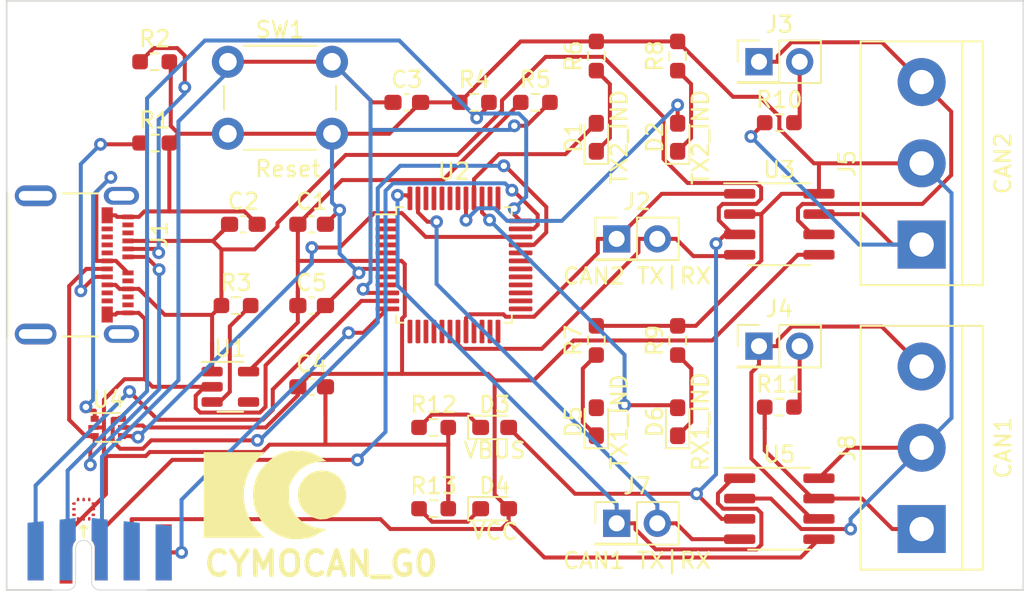
<source format=kicad_pcb>
(kicad_pcb (version 20221018) (generator pcbnew)
  (layers (0 "F.Cu" signal) (31 "B.Cu" signal) (34 "B.Paste" user) (35 "F.Paste" user) (36 "B.SilkS" user "B.Silkscreen") (37 "F.SilkS" user "F.Silkscreen") (38 "B.Mask" user) (39 "F.Mask" user) (44 "Edge.Cuts" user))
  (net 0 "")
  (net 1 "VBUS")
  (net 2 "GND")
  (net 3 "VCC")
  (net 4 "nRST")
  (net 5 "Net-(D1-K)")
  (net 6 "Net-(D2-K)")
  (net 7 "Net-(D3-K)")
  (net 8 "CAN1_TX_IND")
  (net 9 "Net-(D4-K)")
  (net 10 "CAN1_RX_IND")
  (net 11 "Net-(D5-K)")
  (net 12 "CAN2_TX_IND")
  (net 13 "Net-(D6-K)")
  (net 14 "CAN2_RX_IND")
  (net 15 "SWDIO")
  (net 16 "SWCLK{slash}BOOT0")
  (net 19 "DEBUG_UART_TX")
  (net 20 "DEBUG_UART_RX")
  (net 24 "CC1")
  (net 25 "USB_DP")
  (net 26 "USB_DM")
  (net 32 "CC2")
  (net 37 "Net-(J3-Pin_2)")
  (net 38 "Net-(J5-Pin_1)")
  (net 40 "Net-(J3-Pin_1)")
  (net 42 "Net-(J4-Pin_1)")
  (net 43 "Net-(J4-Pin_2)")
  (net 44 "CAN1_TXD")
  (net 45 "CAN1_RXD")
  (net 46 "CAN2_TXD")
  (net 47 "CAN2_RXD")
  (net 49 "Net-(J8-Pin_1)")
  (net 50 "Net-(U1-EN)")
  (net 76 "USB_DM_ISO")
  (net 77 "USB_DP_ISO")
  (footprint "Capacitor_SMD:C_0603_1608Metric_Pad1.08x0.95mm_HandSolder" (layer "F.Cu") (at 126.5925 69.85)
    (fp_text reference "C3")
    (fp_text value "0.1uF")
  )
  (footprint "Resistor_SMD:R_0603_1608Metric_Pad0.98x0.95mm_HandSolder" (layer "F.Cu") (at 130.81 69.85)
    (fp_text reference "R4")
    (fp_text value "10K")
  )
  (footprint "Connector_PinHeader_2.54mm:PinHeader_2x01_P2.54mm_Vertical" (layer "F.Cu") (at 139.7 78.3825)
    (fp_text reference "J2")
    (fp_text value "CAN2 TX|RX")
  )
  (footprint "LED_SMD:LED_0603_1608Metric_Pad1.05x0.95mm_HandSolder" (layer "F.Cu") (at 143.51 89.8125 90)
    (fp_text reference "D6")
    (fp_text value "RX1_IND")
  )
  (footprint "Resistor_SMD:R_0603_1608Metric_Pad0.98x0.95mm_HandSolder" (layer "F.Cu") (at 128.27 95.25)
    (fp_text reference "R13")
    (fp_text value "1K")
  )
  (footprint "Resistor_SMD:R_0603_1608Metric_Pad0.98x0.95mm_HandSolder" (layer "F.Cu") (at 149.86 88.9)
    (fp_text reference "R11")
    (fp_text value "120")
  )
  (footprint "Capacitor_SMD:C_0603_1608Metric_Pad1.08x0.95mm_HandSolder" (layer "F.Cu") (at 120.65 82.55)
    (fp_text reference "C5")
    (fp_text value "4.7uF")
  )
  (footprint "Capacitor_SMD:C_0603_1608Metric_Pad1.08x0.95mm_HandSolder" (layer "F.Cu") (at 120.65 87.63)
    (fp_text reference "C4")
    (fp_text value "100nf")
  )
  (footprint "LED_SMD:LED_0603_1608Metric_Pad1.05x0.95mm_HandSolder" (layer "F.Cu") (at 138.43 89.8125 90)
    (fp_text reference "D5")
    (fp_text value "TX1_IND")
  )
  (footprint "Package_SO:SOIC-8_3.9x4.9mm_P1.27mm" (layer "F.Cu") (at 149.86 95.25)
    (fp_text reference "U5")
    (fp_text value "TJA1051T-3")
  )
  (footprint "SnapEDA Library:MOLEX_105450-0101" (layer "F.Cu") (at 105.41 80.01 -90)
    (fp_text reference "J1")
    (fp_text value "105450-0101" hide)
  )
  (footprint "Button_Switch_THT:SW_PUSH_6mm" (layer "F.Cu") (at 115.42 67.31)
    (fp_text reference "SW1")
    (fp_text value "Reset")
  )
  (footprint "Connector_PinHeader_2.54mm:PinHeader_2x01_P2.54mm_Vertical" (layer "F.Cu") (at 148.59 85.09)
    (fp_text reference "J4")
    (fp_text value "Conn_01x02_Pin" hide)
  )
  (footprint "LED_SMD:LED_0603_1608Metric_Pad1.05x0.95mm_HandSolder" (layer "F.Cu") (at 132.08 90.17)
    (fp_text reference "D3")
    (fp_text value "VBUS")
  )
  (footprint "LOGO" (layer "F.Cu") (at 117.830558 92.456)
    (fp_text reference "G***" hide)
    (fp_text value "LOGO" hide)
  )
  (footprint "Resistor_SMD:R_0603_1608Metric_Pad0.98x0.95mm_HandSolder" (layer "F.Cu") (at 128.27 90.17)
    (fp_text reference "R12")
    (fp_text value "1K")
  )
  (footprint "Resistor_SMD:R_0603_1608Metric_Pad0.98x0.95mm_HandSolder" (layer "F.Cu") (at 138.43 66.9525 90)
    (fp_text reference "R6")
    (fp_text value "1K")
  )
  (footprint "Resistor_SMD:R_0603_1608Metric_Pad0.98x0.95mm_HandSolder" (layer "F.Cu") (at 149.86 71.12)
    (fp_text reference "R10")
    (fp_text value "120")
  )
  (footprint "Resistor_SMD:R_0603_1608Metric_Pad0.98x0.95mm_HandSolder" (layer "F.Cu") (at 143.51 66.9525 90)
    (fp_text reference "R8")
    (fp_text value "1K")
  )
  (footprint "Connector_PinHeader_2.54mm:PinHeader_2x01_P2.54mm_Vertical" (layer "F.Cu") (at 148.59 67.31)
    (fp_text reference "J3")
    (fp_text value "Conn_01x02_Pin" hide)
  )
  (footprint "LED_SMD:LED_0603_1608Metric_Pad1.05x0.95mm_HandSolder" (layer "F.Cu") (at 143.51 72.0325 90)
    (fp_text reference "D2")
    (fp_text value "TX2_IND")
  )
  (footprint "TerminalBlock:TerminalBlock_bornier-3_P5.08mm" (layer "F.Cu") (at 158.75 78.74 90)
    (fp_text reference "J5")
    (fp_text value "CAN2")
  )
  (footprint "Package_TO_SOT_SMD:SOT-23-5" (layer "F.Cu") (at 115.57 87.63)
    (fp_text reference "U1")
    (fp_text value "AP2112K-3.3")
  )
  (footprint "Package_TO_SOT_SMD:SOT-666" (layer "F.Cu") (at 107.95 90.17)
    (fp_text reference "U4")
    (fp_text value "USBLC6-2P6")
  )
  (footprint "Resistor_SMD:R_0603_1608Metric_Pad0.98x0.95mm_HandSolder" (layer "F.Cu") (at 110.8475 67.31)
    (fp_text reference "R2")
    (fp_text value "5.1K")
  )
  (footprint "Package_SO:SOIC-8_3.9x4.9mm_P1.27mm" (layer "F.Cu") (at 149.86 77.47)
    (fp_text reference "U3")
    (fp_text value "TJA1051T-3")
  )
  (footprint "Resistor_SMD:R_0603_1608Metric_Pad0.98x0.95mm_HandSolder" (layer "F.Cu") (at 134.62 69.85)
    (fp_text reference "R5")
    (fp_text value "40K")
  )
  (footprint "DebugEdge:DebugEdge_2x05_Target" (layer "F.Cu") (at 107.41 100.33)
    (fp_text reference "J6" hide)
    (fp_text value "DebugEdge_02x05" hide)
    (fp_line (start -3 0) (end -2 0) (stroke (width 0.05)) (layer "Edge.Cuts"))
    (fp_line (start -1.5 -2.6) (end -1.5 -0.5) (stroke (width 0.05)) (layer "Edge.Cuts"))
    (fp_line (start -0.5 -0.5) (end -0.5 -2.6) (stroke (width 0.05)) (layer "Edge.Cuts"))
    (fp_line (start 0 0) (end 3 0) (stroke (width 0.05)) (layer "Edge.Cuts"))
    (fp_arc (start -1.5 -2.6) (mid -1 -3.1) (end -0.5 -2.6) (stroke (width 0.05)) (layer "Edge.Cuts"))
    (fp_arc (start -1.5 -0.5) (mid -1.646447 -0.146447) (end -2 0) (stroke (width 0.05)) (layer "Edge.Cuts"))
    (fp_arc (start 0 0) (mid -0.353553 -0.146447) (end -0.5 -0.5) (stroke (width 0.05)) (layer "Edge.Cuts"))
  )
  (footprint "Connector_PinHeader_2.54mm:PinHeader_2x01_P2.54mm_Vertical" (layer "F.Cu") (at 139.7 96.1625)
    (fp_text reference "J7")
    (fp_text value "CAN1 TX|RX")
  )
  (footprint "Resistor_SMD:R_0603_1608Metric_Pad0.98x0.95mm_HandSolder" (layer "F.Cu") (at 143.51 84.7325 90)
    (fp_text reference "R9")
    (fp_text value "1K")
  )
  (footprint "LED_SMD:LED_0603_1608Metric_Pad1.05x0.95mm_HandSolder" (layer "F.Cu") (at 132.08 95.25)
    (fp_text reference "D4")
    (fp_text value "VCC")
  )
  (footprint "Package_QFP:LQFP-48_7x7mm_P0.5mm" (layer "F.Cu") (at 129.54 80.01)
    (fp_text reference "U2")
    (fp_text value "STM32G0B1CBTx")
  )
  (footprint "Resistor_SMD:R_0603_1608Metric_Pad0.98x0.95mm_HandSolder" (layer "F.Cu") (at 138.43 84.7325 90)
    (fp_text reference "R7")
    (fp_text value "1K")
  )
  (footprint "Resistor_SMD:R_0603_1608Metric_Pad0.98x0.95mm_HandSolder" (layer "F.Cu") (at 110.8475 72.39)
    (fp_text reference "R1")
    (fp_text value "5.1K")
  )
  (footprint "Capacitor_SMD:C_0603_1608Metric_Pad1.08x0.95mm_HandSolder" (layer "F.Cu") (at 116.385 77.47)
    (fp_text reference "C2")
    (fp_text value "1uF")
  )
  (footprint "TerminalBlock:TerminalBlock_bornier-3_P5.08mm" (layer "F.Cu") (at 158.75 96.52 90)
    (fp_text reference "J8")
    (fp_text value "CAN1")
  )
  (footprint "Resistor_SMD:R_0603_1608Metric_Pad0.98x0.95mm_HandSolder" (layer "F.Cu") (at 115.9275 82.55)
    (fp_text reference "R3")
    (fp_text value "10K")
  )
  (footprint "LED_SMD:LED_0603_1608Metric_Pad1.05x0.95mm_HandSolder" (layer "F.Cu") (at 138.43 72.0325 90)
    (fp_text reference "D1")
    (fp_text value "TX2_IND")
  )
  (footprint "Capacitor_SMD:C_0603_1608Metric_Pad1.08x0.95mm_HandSolder" (layer "F.Cu") (at 120.65 77.47)
    (fp_text reference "C1")
    (fp_text value "1uF")
  )
  (gr_line (start 110.41 100.33) (end 165.1 100.33) (stroke (width 0.1)) (layer "Edge.Cuts"))
  (gr_line (start 101.6 63.5) (end 101.6 100.33) (stroke (width 0.1)) (layer "Edge.Cuts"))
  (gr_line (start 101.6 100.33) (end 104.41 100.33) (stroke (width 0.1)) (layer "Edge.Cuts"))
  (gr_line (start 165.1 100.33) (end 165.1 63.5) (stroke (width 0.1)) (layer "Edge.Cuts"))
  (gr_line (start 165.1 63.5) (end 101.6 63.5) (stroke (width 0.1)) (layer "Edge.Cuts"))
  (gr_text "CYMOCAN_G0" (at 113.792 99.568) (layer "F.SilkS") (effects (font (size 1.5 1.5) (thickness 0.3) bold) (justify left bottom)))
  (segment (start 142.629 73.3887) (end 142.629 70.7711) (width 0.25) (layer "F.Cu") (net 1))
  (segment (start 109.3015 78.51) (end 109.2408 78.51) (width 0.25) (layer "F.Cu") (net 1))
  (segment (start 146.082 76.4358) (end 146.319 76.1996) (width 0.25) (layer "F.Cu") (net 1))
  (segment (start 109.1803 78.51) (end 109.1802 78.51) (width 0.25) (layer "F.Cu") (net 1))
  (segment (start 109.1819 78.51) (end 109.181 78.51) (width 0.25) (layer "F.Cu") (net 1))
  (segment (start 109.1952 78.51) (end 109.1876 78.51) (width 0.25) (layer "F.Cu") (net 1))
  (segment (start 144.692 94.3161) (end 137.101 94.3161) (width 0.25) (layer "F.Cu") (net 1))
  (segment (start 118.518 77.3934) (end 118.518 77.6129) (width 0.25) (layer "F.Cu") (net 1))
  (segment (start 109.1801 78.51) (end 109.18 78.51) (width 0.25) (layer "F.Cu") (net 1))
  (segment (start 148.414 76.1996) (end 148.723 75.8904) (width 0.25) (layer "F.Cu") (net 1))
  (segment (start 115.522 77.47) (end 115.002 77.99) (width 0.25) (layer "F.Cu") (net 1))
  (segment (start 109.2104 78.51) (end 109.1952 78.51) (width 0.25) (layer "F.Cu") (net 1))
  (segment (start 108.655 81.51) (end 109.18 81.51) (width 0.25) (layer "F.Cu") (net 1))
  (segment (start 146.962 78.105) (end 146.72 77.8629) (width 0.25) (layer "F.Cu") (net 1))
  (segment (start 109.1802 78.51) (end 109.1801 78.51) (width 0.25) (layer "F.Cu") (net 1))
  (segment (start 114.4325 84.9067) (end 114.4325 86.68) (width 0.25) (layer "F.Cu") (net 1))
  (segment (start 118.518 77.6129) (end 117.088 79.0425) (width 0.25) (layer "F.Cu") (net 1))
  (segment (start 114.432 84.9062) (end 114.432 83.1325) (width 0.25) (layer "F.Cu") (net 1))
  (segment (start 142.629 70.7711) (end 138.862 67.0036) (width 0.25) (layer "F.Cu") (net 1))
  (segment (start 146.72 77.8629) (end 146.082 77.2255) (width 0.25) (layer "F.Cu") (net 1))
  (segment (start 132.538 70.3512) (end 129.754 73.1354) (width 0.25) (layer "F.Cu") (net 1))
  (segment (start 109.1838 78.51) (end 109.1819 78.51) (width 0.25) (layer "F.Cu") (net 1))
  (segment (start 109.181 78.51) (end 109.1805 78.51) (width 0.25) (layer "F.Cu") (net 1))
  (segment (start 147.385 78.105) (end 146.962 78.105) (width 0.25) (layer "F.Cu") (net 1))
  (segment (start 115.015 82.55) (end 115.015 79.0425) (width 0.25) (layer "F.Cu") (net 1))
  (segment (start 109.423 78.51) (end 109.3015 78.51) (width 0.25) (layer "F.Cu") (net 1))
  (segment (start 115.002 77.99) (end 114.482 78.51) (width 0.25) (layer "F.Cu") (net 1))
  (segment (start 114.432 83.1325) (end 111.479 83.1325) (width 0.25) (layer "F.Cu") (net 1))
  (segment (start 108.405 81.26) (end 108.655 81.51) (width 0.25) (layer "F.Cu") (net 1))
  (segment (start 110.1518 78.51) (end 109.6659 78.51) (width 0.25) (layer "F.Cu") (net 1))
  (segment (start 135.267 67.0036) (end 132.538 69.7327) (width 0.25) (layer "F.Cu") (net 1))
  (segment (start 148.435 74.8883) (end 144.129 74.8883) (width 0.25) (layer "F.Cu") (net 1))
  (segment (start 137.101 94.3161) (end 132.955 90.17) (width 0.25) (layer "F.Cu") (net 1))
  (segment (start 114.432 84.9062) (end 114.4325 84.9067) (width 0.25) (layer "F.Cu") (net 1))
  (segment (start 146.319 76.1996) (end 148.414 76.1996) (width 0.25) (layer "F.Cu") (net 1))
  (segment (start 114.482 78.51) (end 110.1518 78.51) (width 0.25) (layer "F.Cu") (net 1))
  (segment (start 111.479 83.1325) (end 109.857 81.51) (width 0.25) (layer "F.Cu") (net 1))
  (segment (start 132.538 69.7327) (end 132.538 70.3512) (width 0.25) (layer "F.Cu") (net 1))
  (segment (start 148.723 75.1769) (end 148.435 74.8883) (width 0.25) (layer "F.Cu") (net 1))
  (segment (start 109.1805 78.51) (end 109.1803 78.51) (width 0.25) (layer "F.Cu") (net 1))
  (segment (start 115.002 77.99) (end 115.0025 77.99) (width 0.25) (layer "F.Cu") (net 1))
  (segment (start 114.432 86.68) (end 114.432 84.9062) (width 0.25) (layer "F.Cu") (net 1))
  (segment (start 129.754 73.1354) (end 122.776 73.1354) (width 0.25) (layer "F.Cu") (net 1))
  (segment (start 114.432 83.1325) (end 115.015 82.55) (width 0.25) (layer "F.Cu") (net 1))
  (segment (start 146.082 77.2255) (end 146.082 76.4358) (width 0.25) (layer "F.Cu") (net 1))
  (segment (start 109.857 81.51) (end 109.18 81.51) (width 0.25) (layer "F.Cu") (net 1))
  (segment (start 145.906 78.6767) (end 146.72 77.8629) (width 0.25) (layer "F.Cu") (net 1))
  (segment (start 109.6659 78.51) (end 109.423 78.51) (width 0.25) (layer "F.Cu") (net 1))
  (segment (start 115.0025 77.99) (end 115.5225 77.47) (width 0.25) (layer "F.Cu") (net 1))
  (segment (start 109.2408 78.51) (end 109.2104 78.51) (width 0.25) (layer "F.Cu") (net 1))
  (segment (start 148.723 75.8904) (end 148.723 75.1769) (width 0.25) (layer "F.Cu") (net 1))
  (segment (start 122.776 73.1354) (end 118.518 77.3934) (width 0.25) (layer "F.Cu") (net 1))
  (segment (start 147.385 95.885) (end 146.261 95.885) (width 0.25) (layer "F.Cu") (net 1))
  (segment (start 107.88 81.26) (end 108.405 81.26) (width 0.25) (layer "F.Cu") (net 1))
  (segment (start 109.1876 78.51) (end 109.1838 78.51) (width 0.25) (layer "F.Cu") (net 1))
  (segment (start 146.261 95.885) (end 144.692 94.3161) (width 0.25) (layer "F.Cu") (net 1))
  (segment (start 144.129 74.8883) (end 142.629 73.3887) (width 0.25) (layer "F.Cu") (net 1))
  (segment (start 117.088 79.0425) (end 115.015 79.0425) (width 0.25) (layer "F.Cu") (net 1))
  (segment (start 138.862 67.0036) (end 135.267 67.0036) (width 0.25) (layer "F.Cu") (net 1))
  (segment (start 115.015 79.0425) (end 114.482 78.51) (width 0.25) (layer "F.Cu") (net 1))
  (via (at 145.906 78.6767) (size 0.8) (drill 0.4) (layers "F.Cu" "B.Cu") (net 1))
  (via (at 144.692 94.3161) (size 0.8) (drill 0.4) (layers "F.Cu" "B.Cu") (net 1))
  (segment (start 145.906 78.6767) (end 145.906 93.1022) (width 0.25) (layer "B.Cu") (net 1))
  (segment (start 145.906 93.1022) (end 144.692 94.3161) (width 0.25) (layer "B.Cu") (net 1))
  (segment (start 129.898 69.85) (end 133.708 66.04) (width 0.25) (layer "F.Cu") (net 2))
  (segment (start 111.851 67.4014) (end 111.76 67.31) (width 0.25) (layer "F.Cu") (net 2))
  (segment (start 122.398 76.5825) (end 121.512 77.4676) (width 0.25) (layer "F.Cu") (net 2))
  (segment (start 117.2477 77.4698) (end 117.248 77.47) (width 0.25) (layer "F.Cu") (net 2))
  (segment (start 147.385 76.835) (end 148.736 76.835) (width 0.25) (layer "F.Cu") (net 2))
  (segment (start 110.291 91.9545) (end 110.542 91.7033) (width 0.25) (layer "F.Cu") (net 2))
  (segment (start 121.512 82.55) (end 120.969 83.093) (width 0.25) (layer "F.Cu") (net 2))
  (segment (start 108.403 83.11) (end 108.503 83.01) (width 0.25) (layer "F.Cu") (net 2))
  (segment (start 125.495 71.81) (end 121.92 71.81) (width 0.25) (layer "F.Cu") (net 2))
  (segment (start 110.239 87.1542) (end 108.963 87.1542) (width 0.25) (layer "F.Cu") (net 2))
  (segment (start 112.34 71.81) (end 111.851 71.3214) (width 0.25) (layer "F.Cu") (net 2))
  (segment (start 152.335 73.66) (end 152.335 75.565) (width 0.25) (layer "F.Cu") (net 2))
  (segment (start 110.239 87.1542) (end 110.239 83.3917) (width 0.25) (layer "F.Cu") (net 2))
  (segment (start 151.237 96.52) (end 149.332 94.615) (width 0.25) (layer "F.Cu") (net 2))
  (segment (start 117.413 89.2385) (end 113.681 89.2385) (width 0.25) (layer "F.Cu") (net 2))
  (segment (start 129.182 90.7077) (end 129.182 91.2454) (width 0.25) (layer "F.Cu") (net 2))
  (segment (start 109.857 83.01) (end 109.18 83.01) (width 0.25) (layer "F.Cu") (net 2))
  (segment (start 114.4325 87.63) (end 113.961 87.63) (width 0.25) (layer "F.Cu") (net 2))
  (segment (start 149.86 71.5005) (end 149.86 70.7313) (width 0.25) (layer "F.Cu") (net 2))
  (segment (start 148.63 69.5011) (end 146.971 69.5011) (width 0.25) (layer "F.Cu") (net 2))
  (segment (start 113.409 88.1824) (end 113.961 87.63) (width 0.25) (layer "F.Cu") (net 2))
  (segment (start 129.182 93.2477) (end 129.182 95.25) (width 0.25) (layer "F.Cu") (net 2))
  (segment (start 105.41 96.73) (end 107.803 94.3371) (width 0.25) (layer "F.Cu") (net 2))
  (segment (start 121.512 77.4688) (end 121.512 77.47) (width 0.25) (layer "F.Cu") (net 2))
  (segment (start 121.512 89.4377) (end 121.512 91.2454) (width 0.25) (layer "F.Cu") (net 2))
  (segment (start 115.42 71.81) (end 121.92 71.81) (width 0.25) (layer "F.Cu") (net 2))
  (segment (start 108.503 77.01) (end 109.18 77.01) (width 0.25) (layer "F.Cu") (net 2))
  (segment (start 123.555 80.5079) (end 121.512 82.55) (width 0.25) (layer "F.Cu") (net 2))
  (segment (start 129.8975 69.85) (end 129.898 69.85) (width 0.25) (layer "F.Cu") (net 2))
  (segment (start 110.239 83.3917) (end 109.857 83.01) (width 0.25) (layer "F.Cu") (net 2))
  (segment (start 110.542 91.7033) (end 117.562 91.7033) (width 0.25) (layer "F.Cu") (net 2))
  (segment (start 113.409 88.9661) (end 113.409 88.1824) (width 0.25) (layer "F.Cu") (net 2))
  (segment (start 158.75 91.44) (end 154.24 91.44) (width 0.25) (layer "F.Cu") (net 2))
  (segment (start 109.857 77.01) (end 110.2 76.6672) (width 0.25) (layer "F.Cu") (net 2))
  (segment (start 121.512 87.63) (end 121.512 89.4377) (width 0.25) (layer "F.Cu") (net 2))
  (segment (start 121.512 77.4688) (end 121.5125 77.4693) (width 0.25) (layer "F.Cu") (net 2))
  (segment (start 152.02 73.66) (end 149.86 71.5005) (width 0.25) (layer "F.Cu") (net 2))
  (segment (start 158.75 73.66) (end 152.335 73.66) (width 0.25) (layer "F.Cu") (net 2))
  (segment (start 149.332 94.615) (end 147.385 94.615) (width 0.25) (layer "F.Cu") (net 2))
  (segment (start 129.182 93.2477) (end 129.1825 93.2482) (width 0.25) (layer "F.Cu") (net 2))
  (segment (start 154.312 96.52) (end 151.237 96.52) (width 0.25) (layer "F.Cu") (net 2))
  (segment (start 120.969 83.093) (end 117.772 86.2903) (width 0.25) (layer "F.Cu") (net 2))
  (segment (start 110.714 87.63) (end 110.239 87.1542) (width 0.25) (layer "F.Cu") (net 2))
  (segment (start 107.88 76.91) (end 108.403 76.91) (width 0.25) (layer "F.Cu") (net 2))
  (segment (start 121.5125 89.4372) (end 121.5125 87.63) (width 0.25) (layer "F.Cu") (net 2))
  (segment (start 112.34 71.81) (end 111.76 72.39) (width 0.25) (layer "F.Cu") (net 2))
  (segment (start 121.5125 77.4693) (end 121.5125 77.47) (width 0.25) (layer "F.Cu") (net 2))
  (segment (start 129.1825 93.2482) (end 129.1825 95.25) (width 0.25) (layer "F.Cu") (net 2))
  (segment (start 127.455 69.85) (end 129.8975 69.85) (width 0.25) (layer "F.Cu") (net 2))
  (segment (start 107.677 90.17) (end 107.025 90.17) (width 0.25) (layer "F.Cu") (net 2))
  (segment (start 107.677 91.8285) (end 107.677 90.17) (width 0.25) (layer "F.Cu") (net 2))
  (segment (start 146.971 69.5011) (end 143.51 66.04) (width 0.25) (layer "F.Cu") (net 2))
  (segment (start 154.24 91.44) (end 152.335 93.345) (width 0.25) (layer "F.Cu") (net 2))
  (segment (start 107.677 88.4403) (end 107.677 90.17) (width 0.25) (layer "F.Cu") (net 2))
  (segment (start 129.182 90.17) (end 129.182 90.7077) (width 0.25) (layer "F.Cu") (net 2))
  (segment (start 121.512 91.2454) (end 129.182 91.2454) (width 0.25) (layer "F.Cu") (net 2))
  (segment (start 117.2475 77.47) (end 117.2477 77.4698) (width 0.25) (layer "F.Cu") (net 2))
  (segment (start 125.3775 80.26) (end 125.378 80.26) (width 0.25) (layer "F.Cu") (net 2))
  (segment (start 121.512 89.4377) (end 121.5125 89.4372) (width 0.25) (layer "F.Cu") (net 2))
  (segment (start 120.969 83.093) (end 120.9695 83.093) (width 0.25) (layer "F.Cu") (net 2))
  (segment (start 121.512 77.4676) (end 121.512 77.4688) (width 0.25) (layer "F.Cu") (net 2))
  (segment (start 108.963 87.1542) (end 107.677 88.4403) (width 0.25) (layer "F.Cu") (net 2))
  (segment (start 133.708 66.04) (end 138.43 66.04) (width 0.25) (layer "F.Cu") (net 2))
  (segment (start 129.182 91.2454) (end 129.182 93.2477) (width 0.25) (layer "F.Cu") (net 2))
  (segment (start 116.445 76.6672) (end 117.2477 77.4698) (width 0.25) (layer "F.Cu") (net 2))
  (segment (start 108.503 83.01) (end 109.18 83.01) (width 0.25) (layer "F.Cu") (net 2))
  (segment (start 148.736 79.7262) (end 148.736 76.835) (width 0.25) (layer "F.Cu") (net 2))
  (segment (start 123.601 80.5079) (end 123.848 80.26) (width 0.25) (layer "F.Cu") (net 2))
  (segment (start 149.86 70.7313) (end 148.63 69.5011) (width 0.25) (layer "F.Cu") (net 2))
  (segment (start 111.851 71.3214) (end 111.851 67.4014) (width 0.25) (layer "F.Cu") (net 2))
  (segment (start 148.736 76.835) (end 150.006 75.565) (width 0.25) (layer "F.Cu") (net 2))
  (segment (start 129.1825 90.7072) (end 129.1825 90.17) (width 0.25) (layer "F.Cu") (net 2))
  (segment (start 117.772 88.8796) (end 117.413 89.2385) (width 0.25) (layer "F.Cu") (net 2))
  (segment (start 117.562 91.7033) (end 118.02 91.2455) (width 0.25) (layer "F.Cu") (net 2))
  (segment (start 107.88 83.11) (end 108.403 83.11) (width 0.25) (layer "F.Cu") (net 2))
  (segment (start 109.18 77.01) (end 109.857 77.01) (width 0.25) (layer "F.Cu") (net 2))
  (segment (start 123.848 80.26) (end 125.3775 80.26) (width 0.25) (layer "F.Cu") (net 2))
  (segment (start 138.43 83.82) (end 143.51 83.82) (width 0.25) (layer "F.Cu") (net 2))
  (segment (start 118.02 91.2454) (end 121.512 91.2454) (width 0.25) (layer "F.Cu") (net 2))
  (segment (start 150.006 75.565) (end 152.335 75.565) (width 0.25) (layer "F.Cu") (net 2))
  (segment (start 111.76 76.6672) (end 111.76 72.39) (width 0.25) (layer "F.Cu") (net 2))
  (segment (start 113.961 87.63) (end 110.714 87.63) (width 0.25) (layer "F.Cu") (net 2))
  (segment (start 143.51 83.82) (end 144.642 83.82) (width 0.25) (layer "F.Cu") (net 2))
  (segment (start 123.601 80.5079) (end 123.555 80.5079) (width 0.25) (layer "F.Cu") (net 2))
  (segment (start 115.42 71.81) (end 112.34 71.81) (width 0.25) (layer "F.Cu") (net 2))
  (segment (start 107.803 91.9545) (end 107.677 91.8285) (width 0.25) (layer "F.Cu") (net 2))
  (segment (start 120.9695 83.093) (end 121.5125 82.55) (width 0.25) (layer "F.Cu") (net 2))
  (segment (start 118.02 91.2455) (end 118.02 91.2454) (width 0.25) (layer "F.Cu") (net 2))
  (segment (start 127.455 69.85) (end 125.495 71.81) (width 0.25) (layer "F.Cu") (net 2))
  (segment (start 110.2 76.6672) (end 111.76 76.6672) (width 0.25) (layer "F.Cu") (net 2))
  (segment (start 108.403 76.91) (end 108.503 77.01) (width 0.25) (layer "F.Cu") (net 2))
  (segment (start 111.76 76.6672) (end 116.445 76.6672) (width 0.25) (layer "F.Cu") (net 2))
  (segment (start 129.182 90.7077) (end 129.1825 90.7072) (width 0.25) (layer "F.Cu") (net 2))
  (segment (start 107.803 94.3371) (end 107.803 91.9545) (width 0.25) (layer "F.Cu") (net 2))
  (segment (start 152.335 73.66) (end 152.02 73.66) (width 0.25) (layer "F.Cu") (net 2))
  (segment (start 113.681 89.2385) (end 113.409 88.9661) (width 0.25) (layer "F.Cu") (net 2))
  (segment (start 144.642 83.82) (end 148.736 79.7262) (width 0.25) (layer "F.Cu") (net 2))
  (segment (start 143.51 66.04) (end 138.43 66.04) (width 0.25) (layer "F.Cu") (net 2))
  (segment (start 117.772 86.2903) (end 117.772 88.8796) (width 0.25) (layer "F.Cu") (net 2))
  (segment (start 107.803 91.9545) (end 110.291 91.9545) (width 0.25) (layer "F.Cu") (net 2))
  (via (at 122.398 76.5825) (size 0.8) (drill 0.4) (layers "F.Cu" "B.Cu") (net 2))
  (via (at 154.312 96.52) (size 0.8) (drill 0.4) (layers "F.Cu" "B.Cu") (net 2))
  (via (at 123.601 80.5079) (size 0.8) (drill 0.4) (layers "F.Cu" "B.Cu") (net 2))
  (segment (start 160.617 75.5266) (end 160.617 89.5734) (width 0.25) (layer "B.Cu") (net 2))
  (segment (start 121.92 76.1049) (end 122.398 76.5825) (width 0.25) (layer "B.Cu") (net 2))
  (segment (start 121.92 71.81) (end 121.92 76.1049) (width 0.25) (layer "B.Cu") (net 2))
  (segment (start 158.75 91.44) (end 154.312 95.8785) (width 0.25) (layer "B.Cu") (net 2))
  (segment (start 122.398 76.5825) (end 122.398 79.3049) (width 0.25) (layer "B.Cu") (net 2))
  (segment (start 158.75 73.66) (end 160.617 75.5266) (width 0.25) (layer "B.Cu") (net 2))
  (segment (start 122.398 79.3049) (end 123.601 80.5079) (width 0.25) (layer "B.Cu") (net 2))
  (segment (start 160.617 89.5734) (end 158.75 91.44) (width 0.25) (layer "B.Cu") (net 2))
  (segment (start 154.312 95.8785) (end 154.312 96.52) (width 0.25) (layer "B.Cu") (net 2))
  (segment (start 109.38 90.17) (end 108.875 90.17) (width 0.25) (layer "F.Cu") (net 3))
  (segment (start 126.468 79.9597) (end 126.468 83.1888) (width 0.25) (layer "F.Cu") (net 3))
  (segment (start 110.225 90.17) (end 110.104 90.0488) (width 0.25) (layer "F.Cu") (net 3))
  (segment (start 109.41 97.98) (end 109.41 95.9031) (width 0.25) (layer "F.Cu") (net 3))
  (segment (start 126.297 83.3593) (end 126.297 86.8224) (width 0.25) (layer "F.Cu") (net 3))
  (segment (start 109.502 90.0488) (end 109.38 90.17) (width 0.25) (layer "F.Cu") (net 3))
  (segment (start 126.297 86.8224) (end 120.595 86.8224) (width 0.25) (layer "F.Cu") (net 3))
  (segment (start 119.788 77.9467) (end 119.7875 77.9462) (width 0.25) (layer "F.Cu") (net 3))
  (segment (start 119.788 88.1673) (end 117.785 90.17) (width 0.25) (layer "F.Cu") (net 3))
  (segment (start 132.955 96.0662) (end 132.955 95.25) (width 0.25) (layer "F.Cu") (net 3))
  (segment (start 132.08 87.2264) (end 132.08 94.375) (width 0.25) (layer "F.Cu") (net 3))
  (segment (start 131.676 86.8224) (end 126.297 86.8224) (width 0.25) (layer "F.Cu") (net 3))
  (segment (start 117.127 86.2605) (end 116.7075 86.68) (width 0.25) (layer "F.Cu") (net 3))
  (segment (start 145.663 84.7325) (end 137.016 84.7325) (width 0.25) (layer "F.Cu") (net 3))
  (segment (start 117.1275 86.2605) (end 119.788 83.6) (width 0.25) (layer "F.Cu") (net 3))
  (segment (start 117.785 90.17) (end 110.225 90.17) (width 0.25) (layer "F.Cu") (net 3))
  (segment (start 137.016 84.7325) (end 134.522 87.2264) (width 0.25) (layer "F.Cu") (net 3))
  (segment (start 116.708 86.68) (end 117.1275 86.2605) (width 0.25) (layer "F.Cu") (net 3))
  (segment (start 109.41 95.9031) (end 124.949 95.9031) (width 0.25) (layer "F.Cu") (net 3))
  (segment (start 119.7875 77.9462) (end 119.7875 77.47) (width 0.25) (layer "F.Cu") (net 3))
  (segment (start 110.104 90.0488) (end 109.502 90.0488) (width 0.25) (layer "F.Cu") (net 3))
  (segment (start 125.3775 79.76) (end 126.268 79.76) (width 0.25) (layer "F.Cu") (net 3))
  (segment (start 120.595 86.8224) (end 120.1915 87.2262) (width 0.25) (layer "F.Cu") (net 3))
  (segment (start 119.788 83.6) (end 119.788 81.68) (width 0.25) (layer "F.Cu") (net 3))
  (segment (start 117.1275 86.2605) (end 117.127 86.2605) (width 0.25) (layer "F.Cu") (net 3))
  (segment (start 151.021 79.375) (end 145.663 84.7325) (width 0.25) (layer "F.Cu") (net 3))
  (segment (start 134.522 87.2264) (end 132.08 87.2264) (width 0.25) (layer "F.Cu") (net 3))
  (segment (start 125.564 96.5181) (end 132.503 96.5181) (width 0.25) (layer "F.Cu") (net 3))
  (segment (start 132.08 94.375) (end 132.955 95.25) (width 0.25) (layer "F.Cu") (net 3))
  (segment (start 120.1915 87.2262) (end 120.1913 87.2262) (width 0.25) (layer "F.Cu") (net 3))
  (segment (start 119.788 87.63) (end 119.788 88.1673) (width 0.25) (layer "F.Cu") (net 3))
  (segment (start 128.852 74.706) (end 133.7078 69.8502) (width 0.25) (layer "F.Cu") (net 3))
  (segment (start 119.7875 81.6805) (end 119.7875 82.55) (width 0.25) (layer "F.Cu") (net 3))
  (segment (start 126.468 83.1888) (end 126.297 83.3593) (width 0.25) (layer "F.Cu") (net 3))
  (segment (start 126.268 79.76) (end 126.468 79.9597) (width 0.25) (layer "F.Cu") (net 3))
  (segment (start 132.955 96.0662) (end 135.189 98.2999) (width 0.25) (layer "F.Cu") (net 3))
  (segment (start 119.788 81.68) (end 119.788 79.76) (width 0.25) (layer "F.Cu") (net 3))
  (segment (start 133.7075 69.85) (end 133.7076 69.85) (width 0.25) (layer "F.Cu") (net 3))
  (segment (start 119.788 79.76) (end 125.3775 79.76) (width 0.25) (layer "F.Cu") (net 3))
  (segment (start 133.7078 69.8502) (end 133.708 69.85) (width 0.25) (layer "F.Cu") (net 3))
  (segment (start 119.788 81.68) (end 119.7875 81.6805) (width 0.25) (layer "F.Cu") (net 3))
  (segment (start 133.7076 69.85) (end 133.7078 69.8502) (width 0.25) (layer "F.Cu") (net 3))
  (segment (start 119.788 77.47) (end 122.552 74.706) (width 0.25) (layer "F.Cu") (net 3))
  (segment (start 151.19 98.2999) (end 152.335 97.155) (width 0.25) (layer "F.Cu") (net 3))
  (segment (start 120.1915 87.2262) (end 119.788 87.63) (width 0.25) (layer "F.Cu") (net 3))
  (segment (start 124.949 95.9031) (end 125.564 96.5181) (width 0.25) (layer "F.Cu") (net 3))
  (segment (start 120.1913 87.2262) (end 119.7875 87.63) (width 0.25) (layer "F.Cu") (net 3))
  (segment (start 119.788 77.9467) (end 119.788 77.47) (width 0.25) (layer "F.Cu") (net 3))
  (segment (start 132.503 96.5181) (end 132.955 96.0662) (width 0.25) (layer "F.Cu") (net 3))
  (segment (start 135.189 98.2999) (end 151.19 98.2999) (width 0.25) (layer "F.Cu") (net 3))
  (segment (start 132.08 87.2264) (end 131.676 86.8224) (width 0.25) (layer "F.Cu") (net 3))
  (segment (start 122.552 74.706) (end 128.852 74.706) (width 0.25) (layer "F.Cu") (net 3))
  (segment (start 119.788 79.76) (end 119.788 77.9467) (width 0.25) (layer "F.Cu") (net 3))
  (segment (start 152.335 79.375) (end 151.021 79.375) (width 0.25) (layer "F.Cu") (net 3))
  (segment (start 135.5325 69.85) (end 135.532 69.85) (width 0.25) (layer "F.Cu") (net 4))
  (segment (start 125.3775 81.76) (end 124.092 81.76) (width 0.25) (layer "F.Cu") (net 4))
  (segment (start 125.378 81.76) (end 125.3775 81.76) (width 0.25) (layer "F.Cu") (net 4))
  (segment (start 135.532 69.85) (end 134.071 71.3117) (width 0.25) (layer "F.Cu") (net 4))
  (segment (start 121.92 67.31) (end 124.46 69.85) (width 0.25) (layer "F.Cu") (net 4))
  (segment (start 121.92 67.31) (end 115.42 67.31) (width 0.25) (layer "F.Cu") (net 4))
  (segment (start 124.092 81.76) (end 123.863 81.5309) (width 0.25) (layer "F.Cu") (net 4))
  (segment (start 124.46 69.85) (end 125.73 69.85) (width 0.25) (layer "F.Cu") (net 4))
  (segment (start 134.071 71.3117) (end 133.31 71.3117) (width 0.25) (layer "F.Cu") (net 4))
  (via (at 123.863 81.5309) (size 0.8) (drill 0.4) (layers "F.Cu" "B.Cu") (net 4))
  (via (at 133.31 71.3117) (size 0.8) (drill 0.4) (layers "F.Cu" "B.Cu") (net 4))
  (segment (start 121.92 67.31) (end 124.328 69.7175) (width 0.25) (layer "B.Cu") (net 4))
  (segment (start 107.554 91.9963) (end 112.33 87.22) (width 0.25) (layer "B.Cu") (net 4))
  (segment (start 115.42 67.9491) (end 115.42 67.31) (width 0.25) (layer "B.Cu") (net 4))
  (segment (start 107.554 98.086) (end 107.554 91.9963) (width 0.25) (layer "B.Cu") (net 4))
  (segment (start 112.33 71.0388) (end 115.42 67.9491) (width 0.25) (layer "B.Cu") (net 4))
  (segment (start 124.328 81.0665) (end 124.328 71.5689) (width 0.25) (layer "B.Cu") (net 4))
  (segment (start 133.053 71.5689) (end 133.31 71.3117) (width 0.25) (layer "B.Cu") (net 4))
  (segment (start 123.863 81.5309) (end 124.328 81.0665) (width 0.25) (layer "B.Cu") (net 4))
  (segment (start 124.328 69.7175) (end 124.328 71.5689) (width 0.25) (layer "B.Cu") (net 4))
  (segment (start 107.41 98.23) (end 107.554 98.086) (width 0.25) (layer "B.Cu") (net 4))
  (segment (start 124.328 71.5689) (end 133.053 71.5689) (width 0.25) (layer "B.Cu") (net 4))
  (segment (start 112.33 87.22) (end 112.33 71.0388) (width 0.25) (layer "B.Cu") (net 4))
  (segment (start 139.277 68.7124) (end 138.43 67.865) (width 0.25) (layer "F.Cu") (net 5))
  (segment (start 139.277 72.0601) (end 139.277 68.7124) (width 0.25) (layer "F.Cu") (net 5))
  (segment (start 138.43 72.9075) (end 139.277 72.0601) (width 0.25) (layer "F.Cu") (net 5))
  (segment (start 144.349 68.7042) (end 143.51 67.865) (width 0.25) (layer "F.Cu") (net 6))
  (segment (start 144.349 72.0683) (end 144.349 68.7042) (width 0.25) (layer "F.Cu") (net 6))
  (segment (start 143.51 72.9075) (end 144.349 72.0683) (width 0.25) (layer "F.Cu") (net 6))
  (segment (start 127.7595 89.7682) (end 127.358 90.17) (width 0.25) (layer "F.Cu") (net 7))
  (segment (start 127.7593 89.7682) (end 127.3575 90.17) (width 0.25) (layer "F.Cu") (net 7))
  (segment (start 131.205 90.17) (end 130.401 89.3664) (width 0.25) (layer "F.Cu") (net 7))
  (segment (start 127.7595 89.7682) (end 127.7593 89.7682) (width 0.25) (layer "F.Cu") (net 7))
  (segment (start 128.161 89.3664) (end 127.7595 89.7682) (width 0.25) (layer "F.Cu") (net 7))
  (segment (start 130.401 89.3664) (end 128.161 89.3664) (width 0.25) (layer "F.Cu") (net 7))
  (segment (start 131.205 95.25) (end 130.389 96.0662) (width 0.25) (layer "F.Cu") (net 9))
  (segment (start 127.7656 95.6581) (end 127.3575 95.25) (width 0.25) (layer "F.Cu") (net 9))
  (segment (start 127.766 95.6581) (end 127.7656 95.6581) (width 0.25) (layer "F.Cu") (net 9))
  (segment (start 128.174 96.0662) (end 127.766 95.6581) (width 0.25) (layer "F.Cu") (net 9))
  (segment (start 130.389 96.0662) (end 128.174 96.0662) (width 0.25) (layer "F.Cu") (net 9))
  (segment (start 127.766 95.6581) (end 127.358 95.25) (width 0.25) (layer "F.Cu") (net 9))
  (segment (start 143.51 88.9375) (end 143.355 88.7821) (width 0.25) (layer "F.Cu") (net 10))
  (segment (start 143.355 88.7821) (end 140.194 88.7821) (width 0.25) (layer "F.Cu") (net 10))
  (segment (start 131.29 76.728) (end 131.764 77.2021) (width 0.25) (layer "F.Cu") (net 10))
  (segment (start 131.29 75.8475) (end 131.29 76.728) (width 0.25) (layer "F.Cu") (net 10))
  (via (at 131.764 77.2021) (size 0.8) (drill 0.4) (layers "F.Cu" "B.Cu") (net 10))
  (via (at 140.194 88.7821) (size 0.8) (drill 0.4) (layers "F.Cu" "B.Cu") (net 10))
  (segment (start 131.764 77.2021) (end 140.194 85.6317) (width 0.25) (layer "B.Cu") (net 10))
  (segment (start 140.194 85.6317) (end 140.194 88.7821) (width 0.25) (layer "B.Cu") (net 10))
  (segment (start 137.5875 89.845) (end 138.43 90.6875) (width 0.25) (layer "F.Cu") (net 11))
  (segment (start 138.43 85.645) (end 137.5875 86.4875) (width 0.25) (layer "F.Cu") (net 11))
  (segment (start 137.5875 86.4875) (end 137.5875 89.845) (width 0.25) (layer "F.Cu") (net 11))
  (segment (start 132.352 73.085) (end 130.79 74.6473) (width 0.25) (layer "F.Cu") (net 12))
  (segment (start 136.502 73.085) (end 132.352 73.085) (width 0.25) (layer "F.Cu") (net 12))
  (segment (start 130.79 74.6473) (end 130.79 75.8475) (width 0.25) (layer "F.Cu") (net 12))
  (segment (start 138.43 71.1575) (end 136.502 73.085) (width 0.25) (layer "F.Cu") (net 12))
  (segment (start 144.362 89.8351) (end 144.362 86.4974) (width 0.25) (layer "F.Cu") (net 13))
  (segment (start 144.362 86.4974) (end 143.51 85.645) (width 0.25) (layer "F.Cu") (net 13))
  (segment (start 143.51 90.6875) (end 144.362 89.8351) (width 0.25) (layer "F.Cu") (net 13))
  (segment (start 143.51 70.0149) (end 143.51 71.1575) (width 0.25) (layer "F.Cu") (net 14))
  (segment (start 130.29 75.8475) (end 130.29 77.2141) (width 0.25) (layer "F.Cu") (net 14))
  (via (at 130.29 77.2141) (size 0.8) (drill 0.4) (layers "F.Cu" "B.Cu") (net 14))
  (via (at 143.51 70.0149) (size 0.8) (drill 0.4) (layers "F.Cu" "B.Cu") (net 14))
  (segment (start 131.033 76.471) (end 132.075 76.471) (width 0.25) (layer "B.Cu") (net 14))
  (segment (start 132.075 76.471) (end 132.861 77.2574) (width 0.25) (layer "B.Cu") (net 14))
  (segment (start 136.268 77.2574) (end 143.51 70.0149) (width 0.25) (layer "B.Cu") (net 14))
  (segment (start 132.861 77.2574) (end 136.268 77.2574) (width 0.25) (layer "B.Cu") (net 14))
  (segment (start 130.29 77.2141) (end 131.033 76.471) (width 0.25) (layer "B.Cu") (net 14))
  (segment (start 133.702 77.76) (end 133.7025 77.76) (width 0.25) (layer "F.Cu") (net 15))
  (segment (start 134.767 77.5089) (end 134.767 76.8756) (width 0.25) (layer "F.Cu") (net 15))
  (segment (start 111.943 92.1972) (end 107.41 96.73) (width 0.25) (layer "F.Cu") (net 15))
  (segment (start 123.513 92.1972) (end 111.943 92.1972) (width 0.25) (layer "F.Cu") (net 15))
  (segment (start 133.7025 77.76) (end 134.516 77.76) (width 0.25) (layer "F.Cu") (net 15))
  (segment (start 134.767 76.8756) (end 133.232 75.3399) (width 0.25) (layer "F.Cu") (net 15))
  (segment (start 134.516 77.76) (end 134.767 77.5089) (width 0.25) (layer "F.Cu") (net 15))
  (segment (start 133.232 75.3399) (end 133.158 75.3399) (width 0.25) (layer "F.Cu") (net 15))
  (via (at 123.513 92.1972) (size 0.8) (drill 0.4) (layers "F.Cu" "B.Cu") (net 15))
  (via (at 133.158 75.3399) (size 0.8) (drill 0.4) (layers "F.Cu" "B.Cu") (net 15))
  (segment (start 132.728 74.9092) (end 133.158 75.3399) (width 0.25) (layer "B.Cu") (net 15))
  (segment (start 123.513 92.1972) (end 125.265 90.4452) (width 0.25) (layer "B.Cu") (net 15))
  (segment (start 125.265 75.3754) (end 125.731 74.9092) (width 0.25) (layer "B.Cu") (net 15))
  (segment (start 125.265 90.4452) (end 125.265 75.3754) (width 0.25) (layer "B.Cu") (net 15))
  (segment (start 125.731 74.9092) (end 132.728 74.9092) (width 0.25) (layer "B.Cu") (net 15))
  (segment (start 131.722 69.85) (end 131.722 70.0538) (width 0.25) (layer "F.Cu") (net 16))
  (segment (start 133.702 77.26) (end 133.304 76.8613) (width 0.25) (layer "F.Cu") (net 16))
  (segment (start 131.722 70.0538) (end 130.958 70.8183) (width 0.25) (layer "F.Cu") (net 16))
  (segment (start 131.7225 69.85) (end 131.722 69.85) (width 0.25) (layer "F.Cu") (net 16))
  (segment (start 133.7025 77.26) (end 133.702 77.26) (width 0.25) (layer "F.Cu") (net 16))
  (segment (start 133.304 76.8613) (end 133.304 76.4928) (width 0.25) (layer "F.Cu") (net 16))
  (via (at 133.304 76.4928) (size 0.8) (drill 0.4) (layers "F.Cu" "B.Cu") (net 16))
  (via (at 130.958 70.8183) (size 0.8) (drill 0.4) (layers "F.Cu" "B.Cu") (net 16))
  (segment (start 126.122 65.9822) (end 113.985 65.9822) (width 0.25) (layer "B.Cu") (net 16))
  (segment (start 110.37 69.5977) (end 110.37 87.9022) (width 0.25) (layer "B.Cu") (net 16))
  (segment (start 130.958 70.8183) (end 131.229 70.5474) (width 0.25) (layer "B.Cu") (net 16))
  (segment (start 133.592 70.5474) (end 134.049 71.0046) (width 0.25) (layer "B.Cu") (net 16))
  (segment (start 131.229 70.5474) (end 133.592 70.5474) (width 0.25) (layer "B.Cu") (net 16))
  (segment (start 134.049 71.0046) (end 134.049 75.7477) (width 0.25) (layer "B.Cu") (net 16))
  (segment (start 130.958 70.8183) (end 126.122 65.9822) (width 0.25) (layer "B.Cu") (net 16))
  (segment (start 134.049 75.7477) (end 133.304 76.4928) (width 0.25) (layer "B.Cu") (net 16))
  (segment (start 105.41 92.862) (end 105.41 98.23) (width 0.25) (layer "B.Cu") (net 16))
  (segment (start 113.985 65.9822) (end 110.37 69.5977) (width 0.25) (layer "B.Cu") (net 16))
  (segment (start 110.37 87.9022) (end 105.41 92.862) (width 0.25) (layer "B.Cu") (net 16))
  (segment (start 123.755 82.26) (end 118.224 87.7907) (width 0.25) (layer "F.Cu") (net 19))
  (segment (start 118.224 89.0668) (end 117.6 89.6904) (width 0.25) (layer "F.Cu") (net 19))
  (segment (start 117.6 89.6904) (end 111.036 89.6904) (width 0.25) (layer "F.Cu") (net 19))
  (segment (start 118.224 87.7907) (end 118.224 89.0668) (width 0.25) (layer "F.Cu") (net 19))
  (segment (start 125.378 82.26) (end 125.3775 82.26) (width 0.25) (layer "F.Cu") (net 19))
  (segment (start 125.3775 82.26) (end 123.755 82.26) (width 0.25) (layer "F.Cu") (net 19))
  (segment (start 111.036 89.6904) (end 109.276 87.93) (width 0.25) (layer "F.Cu") (net 19))
  (via (at 109.276 87.93) (size 0.8) (drill 0.4) (layers "F.Cu" "B.Cu") (net 19))
  (segment (start 103.41 97.93) (end 103.41 93.7961) (width 0.25) (layer "B.Cu") (net 19))
  (segment (start 103.41 93.7961) (end 109.276 87.93) (width 0.25) (layer "B.Cu") (net 19))
  (segment (start 123.885 84.2523) (end 122.958 84.2523) (width 0.25) (layer "F.Cu") (net 20))
  (segment (start 125.3777 82.7602) (end 123.885 84.2523) (width 0.25) (layer "F.Cu") (net 20))
  (segment (start 125.3775 82.76) (end 125.3777 82.7602) (width 0.25) (layer "F.Cu") (net 20))
  (segment (start 125.378 82.76) (end 125.3777 82.7602) (width 0.25) (layer "F.Cu") (net 20))
  (segment (start 111.41 97.98) (end 112.525 97.98) (width 0.25) (layer "F.Cu") (net 20))
  (via (at 112.525 97.98) (size 0.8) (drill 0.4) (layers "F.Cu" "B.Cu") (net 20))
  (via (at 122.958 84.2523) (size 0.8) (drill 0.4) (layers "F.Cu" "B.Cu") (net 20))
  (segment (start 122.958 84.2523) (end 112.525 94.6851) (width 0.25) (layer "B.Cu") (net 20))
  (segment (start 112.525 94.6851) (end 112.525 97.98) (width 0.25) (layer "B.Cu") (net 20))
  (segment (start 112.255 66.4563) (end 112.726 66.9265) (width 0.25) (layer "F.Cu") (net 24))
  (segment (start 109.935 67.31) (end 110.789 66.4563) (width 0.25) (layer "F.Cu") (net 24))
  (segment (start 109.18 79.01) (end 110.863 79.01) (width 0.25) (layer "F.Cu") (net 24))
  (segment (start 110.863 79.01) (end 111.097 79.2438) (width 0.25) (layer "F.Cu") (net 24))
  (segment (start 112.726 66.9265) (end 112.726 68.9089) (width 0.25) (layer "F.Cu") (net 24))
  (segment (start 110.789 66.4563) (end 112.255 66.4563) (width 0.25) (layer "F.Cu") (net 24))
  (via (at 111.097 79.2438) (size 0.8) (drill 0.4) (layers "F.Cu" "B.Cu") (net 24))
  (via (at 112.726 68.9089) (size 0.8) (drill 0.4) (layers "F.Cu" "B.Cu") (net 24))
  (segment (start 112.726 69.3037) (end 112.726 68.9089) (width 0.25) (layer "B.Cu") (net 24))
  (segment (start 111.097 79.2438) (end 111.097 70.9326) (width 0.25) (layer "B.Cu") (net 24))
  (segment (start 111.097 70.9326) (end 112.726 69.3037) (width 0.25) (layer "B.Cu") (net 24))
  (segment (start 105.506 89.6899) (end 106.523 90.7075) (width 0.25) (layer "F.Cu") (net 25))
  (segment (start 106.827 91.4948) (end 106.827 92.5058) (width 0.25) (layer "F.Cu") (net 25))
  (segment (start 107.1 91.2219) (end 106.827 91.4948) (width 0.25) (layer "F.Cu") (net 25))
  (segment (start 105.506 81.3282) (end 105.506 89.6899) (width 0.25) (layer "F.Cu") (net 25))
  (segment (start 106.574 80.26) (end 105.506 81.3282) (width 0.25) (layer "F.Cu") (net 25))
  (segment (start 106.523 90.7075) (end 107.1 90.7075) (width 0.25) (layer "F.Cu") (net 25))
  (segment (start 111.124 80.3088) (end 110.325 79.51) (width 0.25) (layer "F.Cu") (net 25))
  (segment (start 110.325 79.51) (end 109.18 79.51) (width 0.25) (layer "F.Cu") (net 25))
  (segment (start 107.88 80.26) (end 106.574 80.26) (width 0.25) (layer "F.Cu") (net 25))
  (segment (start 107.1 90.7075) (end 107.1 91.2219) (width 0.25) (layer "F.Cu") (net 25))
  (via (at 111.124 80.3088) (size 0.8) (drill 0.4) (layers "F.Cu" "B.Cu") (net 25))
  (via (at 106.827 92.5058) (size 0.8) (drill 0.4) (layers "F.Cu" "B.Cu") (net 25))
  (segment (start 111.124 87.787) (end 111.124 80.3088) (width 0.25) (layer "B.Cu") (net 25))
  (segment (start 106.827 92.5058) (end 106.827 92.084) (width 0.25) (layer "B.Cu") (net 25))
  (segment (start 106.827 92.084) (end 111.124 87.787) (width 0.25) (layer "B.Cu") (net 25))
  (segment (start 107.203 79.76) (end 107.88 79.76) (width 0.25) (layer "F.Cu") (net 26))
  (segment (start 107.1 89.1181) (end 107.1 89.6325) (width 0.25) (layer "F.Cu") (net 26))
  (segment (start 106.55 88.8876) (end 106.78 89.1181) (width 0.25) (layer "F.Cu") (net 26))
  (segment (start 107.203 75.4405) (end 107.203 79.76) (width 0.25) (layer "F.Cu") (net 26))
  (segment (start 106.78 89.1181) (end 107.1 89.1181) (width 0.25) (layer "F.Cu") (net 26))
  (segment (start 107.88 79.76) (end 108.43 79.76) (width 0.25) (layer "F.Cu") (net 26))
  (segment (start 108.43 79.76) (end 109.18 80.51) (width 0.25) (layer "F.Cu") (net 26))
  (segment (start 108.108 74.5354) (end 107.203 75.4405) (width 0.25) (layer "F.Cu") (net 26))
  (via (at 108.108 74.5354) (size 0.8) (drill 0.4) (layers "F.Cu" "B.Cu") (net 26))
  (via (at 106.55 88.8876) (size 0.8) (drill 0.4) (layers "F.Cu" "B.Cu") (net 26))
  (segment (start 107.001 88.4357) (end 107.001 75.6422) (width 0.25) (layer "B.Cu") (net 26))
  (segment (start 107.001 75.6422) (end 108.108 74.5354) (width 0.25) (layer "B.Cu") (net 26))
  (segment (start 106.55 88.8876) (end 107.001 88.4357) (width 0.25) (layer "B.Cu") (net 26))
  (segment (start 109.854 72.4707) (end 109.935 72.39) (width 0.25) (layer "F.Cu") (net 32))
  (segment (start 107.88 80.76) (end 107.102 80.76) (width 0.25) (layer "F.Cu") (net 32))
  (segment (start 107.464 72.4707) (end 109.854 72.4707) (width 0.25) (layer "F.Cu") (net 32))
  (segment (start 107.102 80.76) (end 106.232 81.6292) (width 0.25) (layer "F.Cu") (net 32))
  (via (at 106.232 81.6292) (size 0.8) (drill 0.4) (layers "F.Cu" "B.Cu") (net 32))
  (via (at 107.464 72.4707) (size 0.8) (drill 0.4) (layers "F.Cu" "B.Cu") (net 32))
  (segment (start 106.232 81.6292) (end 106.232 73.7023) (width 0.25) (layer "B.Cu") (net 32))
  (segment (start 106.232 73.7023) (end 107.464 72.4707) (width 0.25) (layer "B.Cu") (net 32))
  (segment (start 151.13 67.31) (end 151.13 70.7625) (width 0.25) (layer "F.Cu") (net 37))
  (segment (start 150.7725 71.12) (end 150.7723 71.1198) (width 0.25) (layer "F.Cu") (net 37))
  (segment (start 150.7723 71.1198) (end 150.772 71.12) (width 0.25) (layer "F.Cu") (net 37))
  (segment (start 151.13 70.7625) (end 150.7723 71.1198) (width 0.25) (layer "F.Cu") (net 37))
  (segment (start 148.5155 71.5524) (end 148.948 71.12) (width 0.25) (layer "F.Cu") (net 38))
  (segment (start 148.083 71.9848) (end 148.5155 71.5524) (width 0.25) (layer "F.Cu") (net 38))
  (segment (start 148.9475 71.1204) (end 148.9475 71.12) (width 0.25) (layer "F.Cu") (net 38))
  (segment (start 148.5155 71.5524) (end 148.9475 71.1204) (width 0.25) (layer "F.Cu") (net 38))
  (segment (start 158.75 78.74) (end 156.923 78.74) (width 0.25) (layer "F.Cu") (net 38))
  (segment (start 156.923 78.74) (end 155.018 76.835) (width 0.25) (layer "F.Cu") (net 38))
  (segment (start 155.018 76.835) (end 152.335 76.835) (width 0.25) (layer "F.Cu") (net 38))
  (via (at 148.083 71.9848) (size 0.8) (drill 0.4) (layers "F.Cu" "B.Cu") (net 38))
  (segment (start 154.838 78.74) (end 148.083 71.9848) (width 0.25) (layer "B.Cu") (net 38))
  (segment (start 158.75 78.74) (end 154.838 78.74) (width 0.25) (layer "B.Cu") (net 38))
  (segment (start 151.026 76.4804) (end 151.026 77.2264) (width 0.25) (layer "F.Cu") (net 40))
  (segment (start 148.59 67.31) (end 149.767 67.31) (width 0.25) (layer "F.Cu") (net 40))
  (segment (start 160.595 70.4246) (end 160.595 74.4) (width 0.25) (layer "F.Cu") (net 40))
  (segment (start 150.614 66.0947) (end 156.265 66.0947) (width 0.25) (layer "F.Cu") (net 40))
  (segment (start 160.595 74.4) (end 158.795 76.2) (width 0.25) (layer "F.Cu") (net 40))
  (segment (start 158.75 68.58) (end 160.595 70.4246) (width 0.25) (layer "F.Cu") (net 40))
  (segment (start 151.904 78.105) (end 152.335 78.105) (width 0.25) (layer "F.Cu") (net 40))
  (segment (start 151.026 77.2264) (end 151.904 78.105) (width 0.25) (layer "F.Cu") (net 40))
  (segment (start 156.265 66.0947) (end 158.75 68.58) (width 0.25) (layer "F.Cu") (net 40))
  (segment (start 151.306 76.2) (end 151.026 76.4804) (width 0.25) (layer "F.Cu") (net 40))
  (segment (start 158.795 76.2) (end 151.306 76.2) (width 0.25) (layer "F.Cu") (net 40))
  (segment (start 149.767 66.9422) (end 150.614 66.0947) (width 0.25) (layer "F.Cu") (net 40))
  (segment (start 149.767 67.31) (end 149.767 66.9422) (width 0.25) (layer "F.Cu") (net 40))
  (segment (start 151.883 95.885) (end 152.335 95.885) (width 0.25) (layer "F.Cu") (net 42))
  (segment (start 148.59 86.2669) (end 148.112 86.7454) (width 0.25) (layer "F.Cu") (net 42))
  (segment (start 156.253 83.8632) (end 150.626 83.8632) (width 0.25) (layer "F.Cu") (net 42))
  (segment (start 150.626 83.8632) (end 149.767 84.7222) (width 0.25) (layer "F.Cu") (net 42))
  (segment (start 149.767 84.7222) (end 149.767 85.09) (width 0.25) (layer "F.Cu") (net 42))
  (segment (start 148.112 92.1135) (end 151.883 95.885) (width 0.25) (layer "F.Cu") (net 42))
  (segment (start 149.767 85.09) (end 148.59 85.09) (width 0.25) (layer "F.Cu") (net 42))
  (segment (start 158.75 86.36) (end 156.253 83.8632) (width 0.25) (layer "F.Cu") (net 42))
  (segment (start 148.59 85.09) (end 148.59 86.2669) (width 0.25) (layer "F.Cu") (net 42))
  (segment (start 148.112 86.7454) (end 148.112 92.1135) (width 0.25) (layer "F.Cu") (net 42))
  (segment (start 151.13 85.09) (end 151.13 88.5425) (width 0.25) (layer "F.Cu") (net 43))
  (segment (start 151.13 88.5425) (end 150.7723 88.8998) (width 0.25) (layer "F.Cu") (net 43))
  (segment (start 150.7725 88.9) (end 150.7723 88.8998) (width 0.25) (layer "F.Cu") (net 43))
  (segment (start 150.7723 88.8998) (end 150.772 88.9) (width 0.25) (layer "F.Cu") (net 43))
  (segment (start 142.138 97.7917) (end 140.877 96.5304) (width 0.25) (layer "F.Cu") (net 44))
  (segment (start 146.026 94.9197) (end 146.358 95.2515) (width 0.25) (layer "F.Cu") (net 44))
  (segment (start 147.385 93.345) (end 146.979 93.345) (width 0.25) (layer "F.Cu") (net 44))
  (segment (start 148.442 97.7917) (end 142.138 97.7917) (width 0.25) (layer "F.Cu") (net 44))
  (segment (start 148.462 95.2515) (end 148.738 95.527) (width 0.25) (layer "F.Cu") (net 44))
  (segment (start 146.026 94.2984) (end 146.026 94.9197) (width 0.25) (layer "F.Cu") (net 44))
  (segment (start 148.738 97.4963) (end 148.442 97.7917) (width 0.25) (layer "F.Cu") (net 44))
  (segment (start 140.877 96.5304) (end 140.877 96.1625) (width 0.25) (layer "F.Cu") (net 44))
  (segment (start 146.979 93.345) (end 146.026 94.2984) (width 0.25) (layer "F.Cu") (net 44))
  (segment (start 126.601 75.6586) (end 126.79 75.8475) (width 0.25) (layer "F.Cu") (net 44))
  (segment (start 148.738 95.527) (end 148.738 97.4963) (width 0.25) (layer "F.Cu") (net 44))
  (segment (start 126.014 75.6586) (end 126.601 75.6586) (width 0.25) (layer "F.Cu") (net 44))
  (segment (start 146.358 95.2515) (end 148.462 95.2515) (width 0.25) (layer "F.Cu") (net 44))
  (segment (start 140.877 96.1625) (end 139.7 96.1625) (width 0.25) (layer "F.Cu") (net 44))
  (via (at 126.014 75.6586) (size 0.8) (drill 0.4) (layers "F.Cu" "B.Cu") (net 44))
  (segment (start 126.014 81.2994) (end 126.014 75.6586) (width 0.25) (layer "B.Cu") (net 44))
  (segment (start 139.7 96.1625) (end 139.7 94.9856) (width 0.25) (layer "B.Cu") (net 44))
  (segment (start 139.7 94.9856) (end 126.014 81.2994) (width 0.25) (layer "B.Cu") (net 44))
  (segment (start 127.29 76.7222) (end 127.88 77.3122) (width 0.25) (layer "F.Cu") (net 45))
  (segment (start 144.409 97.155) (end 147.385 97.155) (width 0.25) (layer "F.Cu") (net 45))
  (segment (start 143.417 96.1625) (end 144.409 97.155) (width 0.25) (layer "F.Cu") (net 45))
  (segment (start 142.24 96.1625) (end 143.417 96.1625) (width 0.25) (layer "F.Cu") (net 45))
  (segment (start 127.29 75.8475) (end 127.29 76.7222) (width 0.25) (layer "F.Cu") (net 45))
  (segment (start 127.88 77.3122) (end 128.453 77.3122) (width 0.25) (layer "F.Cu") (net 45))
  (via (at 128.453 77.3122) (size 0.8) (drill 0.4) (layers "F.Cu" "B.Cu") (net 45))
  (segment (start 142.24 96.1625) (end 142.24 94.9856) (width 0.25) (layer "B.Cu") (net 45))
  (segment (start 142.24 94.9856) (end 128.453 81.1982) (width 0.25) (layer "B.Cu") (net 45))
  (segment (start 128.453 81.1982) (end 128.453 77.3122) (width 0.25) (layer "B.Cu") (net 45))
  (segment (start 132.626 83.0965) (end 130.53 83.0965) (width 0.25) (layer "F.Cu") (net 46))
  (segment (start 139.7 78.3825) (end 138.523 78.3825) (width 0.25) (layer "F.Cu") (net 46))
  (segment (start 132.778 83.2484) (end 132.626 83.0965) (width 0.25) (layer "F.Cu") (net 46))
  (segment (start 142.518 75.565) (end 139.7 78.3825) (width 0.25) (layer "F.Cu") (net 46))
  (segment (start 147.385 75.565) (end 142.518 75.565) (width 0.25) (layer "F.Cu") (net 46))
  (segment (start 134.54 83.2484) (end 132.778 83.2484) (width 0.25) (layer "F.Cu") (net 46))
  (segment (start 138.523 79.2652) (end 134.54 83.2484) (width 0.25) (layer "F.Cu") (net 46))
  (segment (start 138.523 78.3825) (end 138.523 79.2652) (width 0.25) (layer "F.Cu") (net 46))
  (segment (start 130.53 83.0965) (end 130.29 83.337) (width 0.25) (layer "F.Cu") (net 46))
  (segment (start 130.29 83.337) (end 130.29 84.1725) (width 0.25) (layer "F.Cu") (net 46))
  (segment (start 141.063 79.2148) (end 135.022 85.256) (width 0.25) (layer "F.Cu") (net 47))
  (segment (start 130.063 85.256) (end 129.79 84.9833) (width 0.25) (layer "F.Cu") (net 47))
  (segment (start 142.24 78.3825) (end 143.417 78.3825) (width 0.25) (layer "F.Cu") (net 47))
  (segment (start 141.063 78.3825) (end 141.063 79.2148) (width 0.25) (layer "F.Cu") (net 47))
  (segment (start 142.24 78.3825) (end 141.063 78.3825) (width 0.25) (layer "F.Cu") (net 47))
  (segment (start 129.79 84.9833) (end 129.79 84.1725) (width 0.25) (layer "F.Cu") (net 47))
  (segment (start 143.417 78.3825) (end 144.492 79.4579) (width 0.25) (layer "F.Cu") (net 47))
  (segment (start 147.302 79.4579) (end 147.385 79.375) (width 0.25) (layer "F.Cu") (net 47))
  (segment (start 144.492 79.4579) (end 147.302 79.4579) (width 0.25) (layer "F.Cu") (net 47))
  (segment (start 135.022 85.256) (end 130.063 85.256) (width 0.25) (layer "F.Cu") (net 47))
  (segment (start 148.948 90.2539) (end 148.948 88.9) (width 0.25) (layer "F.Cu") (net 49))
  (segment (start 151.955 94.615) (end 148.948 91.6078) (width 0.25) (layer "F.Cu") (net 49))
  (segment (start 155.018 94.615) (end 152.335 94.615) (width 0.25) (layer "F.Cu") (net 49))
  (segment (start 152.335 94.615) (end 151.955 94.615) (width 0.25) (layer "F.Cu") (net 49))
  (segment (start 148.9475 90.2534) (end 148.9475 88.9) (width 0.25) (layer "F.Cu") (net 49))
  (segment (start 158.75 96.52) (end 156.923 96.52) (width 0.25) (layer "F.Cu") (net 49))
  (segment (start 148.948 91.6078) (end 148.948 90.2539) (width 0.25) (layer "F.Cu") (net 49))
  (segment (start 156.923 96.52) (end 155.018 94.615) (width 0.25) (layer "F.Cu") (net 49))
  (segment (start 148.948 90.2539) (end 148.9475 90.2534) (width 0.25) (layer "F.Cu") (net 49))
  (segment (start 114.902 88.58) (end 115.54 87.9423) (width 0.25) (layer "F.Cu") (net 50))
  (segment (start 115.54 83.8502) (end 116.84 82.55) (width 0.25) (layer "F.Cu") (net 50))
  (segment (start 114.4325 88.58) (end 114.902 88.58) (width 0.25) (layer "F.Cu") (net 50))
  (segment (start 115.54 87.9423) (end 115.54 83.8502) (width 0.25) (layer "F.Cu") (net 50))
  (segment (start 114.432 88.58) (end 114.4325 88.58) (width 0.25) (layer "F.Cu") (net 50))
  (segment (start 108.223 89.6325) (end 108.223 91.032) (width 0.25) (layer "F.Cu") (net 76))
  (segment (start 133.702 78.76) (end 133.7025 78.76) (width 0.25) (layer "F.Cu") (net 76))
  (segment (start 134.523 78.76) (end 135.304 77.979) (width 0.25) (layer "F.Cu") (net 76))
  (segment (start 132.73 73.8119) (end 132.653 73.8119) (width 0.25) (layer "F.Cu") (net 76))
  (segment (start 135.304 77.979) (end 135.304 76.3861) (width 0.25) (layer "F.Cu") (net 76))
  (segment (start 108.8 89.6325) (end 108.223 89.6325) (width 0.25) (layer "F.Cu") (net 76))
  (segment (start 110.63 90.9764) (end 117.261 90.9764) (width 0.25) (layer "F.Cu") (net 76))
  (segment (start 135.304 76.3861) (end 132.73 73.8119) (width 0.25) (layer "F.Cu") (net 76))
  (segment (start 110.104 91.5026) (end 110.63 90.9764) (width 0.25) (layer "F.Cu") (net 76))
  (segment (start 108.694 91.5026) (end 110.104 91.5026) (width 0.25) (layer "F.Cu") (net 76))
  (segment (start 108.223 91.032) (end 108.694 91.5026) (width 0.25) (layer "F.Cu") (net 76))
  (segment (start 133.7025 78.76) (end 134.523 78.76) (width 0.25) (layer "F.Cu") (net 76))
  (via (at 117.261 90.9764) (size 0.8) (drill 0.4) (layers "F.Cu" "B.Cu") (net 76))
  (via (at 132.653 73.8119) (size 0.8) (drill 0.4) (layers "F.Cu" "B.Cu") (net 76))
  (segment (start 124.779 83.5991) (end 124.779 75.2133) (width 0.25) (layer "B.Cu") (net 76))
  (segment (start 126.181 73.8119) (end 132.653 73.8119) (width 0.25) (layer "B.Cu") (net 76))
  (segment (start 117.402 90.9764) (end 124.779 83.5991) (width 0.25) (layer "B.Cu") (net 76))
  (segment (start 124.779 75.2133) (end 126.181 73.8119) (width 0.25) (layer "B.Cu") (net 76))
  (segment (start 117.261 90.9764) (end 117.402 90.9764) (width 0.25) (layer "B.Cu") (net 76))
  (segment (start 108.8 90.7075) (end 109.377 90.7075) (width 0.25) (layer "F.Cu") (net 77))
  (segment (start 124.554 76.7712) (end 122.402 78.9235) (width 0.25) (layer "F.Cu") (net 77))
  (segment (start 133.702 78.26) (end 133.7025 78.26) (width 0.25) (layer "F.Cu") (net 77))
  (segment (start 122.402 78.9235) (end 120.66 78.9235) (width 0.25) (layer "F.Cu") (net 77))
  (segment (start 109.445 90.7757) (end 109.802 90.7757) (width 0.25) (layer "F.Cu") (net 77))
  (segment (start 133.702 78.26) (end 127.772 78.26) (width 0.25) (layer "F.Cu") (net 77))
  (segment (start 127.772 78.26) (end 126.283 76.7712) (width 0.25) (layer "F.Cu") (net 77))
  (segment (start 109.377 90.7075) (end 109.445 90.7757) (width 0.25) (layer "F.Cu") (net 77))
  (segment (start 126.283 76.7712) (end 124.554 76.7712) (width 0.25) (layer "F.Cu") (net 77))
  (via (at 109.802 90.7757) (size 0.8) (drill 0.4) (layers "F.Cu" "B.Cu") (net 77))
  (via (at 120.66 78.9235) (size 0.8) (drill 0.4) (layers "F.Cu" "B.Cu") (net 77))
  (segment (start 109.802 90.7757) (end 120.66 79.9187) (width 0.25) (layer "B.Cu") (net 77))
  (segment (start 120.66 79.9187) (end 120.66 78.9235) (width 0.25) (layer "B.Cu") (net 77))
)
</source>
